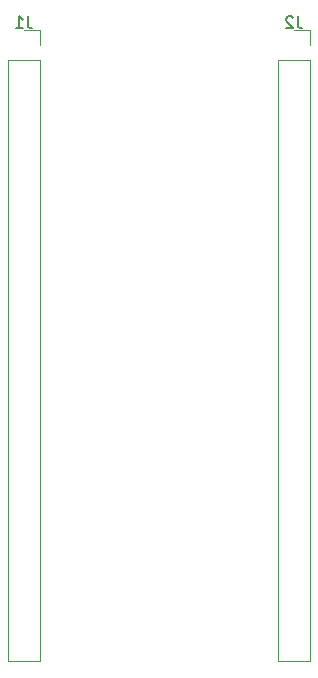
<source format=gbr>
%TF.GenerationSoftware,KiCad,Pcbnew,(5.1.6-0)*%
%TF.CreationDate,2021-10-14T13:54:28-06:00*%
%TF.ProjectId,ESP32-S2-Mini,45535033-322d-4533-922d-4d696e692e6b,rev?*%
%TF.SameCoordinates,Original*%
%TF.FileFunction,Legend,Bot*%
%TF.FilePolarity,Positive*%
%FSLAX46Y46*%
G04 Gerber Fmt 4.6, Leading zero omitted, Abs format (unit mm)*
G04 Created by KiCad (PCBNEW (5.1.6-0)) date 2021-10-14 13:54:28*
%MOMM*%
%LPD*%
G01*
G04 APERTURE LIST*
%ADD10C,0.120000*%
%ADD11C,0.150000*%
G04 APERTURE END LIST*
D10*
%TO.C,J2*%
X212150000Y-123250000D02*
X209490000Y-123250000D01*
X212150000Y-72390000D02*
X212150000Y-123250000D01*
X209490000Y-72390000D02*
X209490000Y-123250000D01*
X212150000Y-72390000D02*
X209490000Y-72390000D01*
X212150000Y-71120000D02*
X212150000Y-69790000D01*
X212150000Y-69790000D02*
X210820000Y-69790000D01*
%TO.C,J1*%
X189290000Y-123250000D02*
X186630000Y-123250000D01*
X189290000Y-72390000D02*
X189290000Y-123250000D01*
X186630000Y-72390000D02*
X186630000Y-123250000D01*
X189290000Y-72390000D02*
X186630000Y-72390000D01*
X189290000Y-71120000D02*
X189290000Y-69790000D01*
X189290000Y-69790000D02*
X187960000Y-69790000D01*
%TO.C,J2*%
D11*
X211153333Y-68667380D02*
X211153333Y-69381666D01*
X211200952Y-69524523D01*
X211296190Y-69619761D01*
X211439047Y-69667380D01*
X211534285Y-69667380D01*
X210724761Y-68762619D02*
X210677142Y-68715000D01*
X210581904Y-68667380D01*
X210343809Y-68667380D01*
X210248571Y-68715000D01*
X210200952Y-68762619D01*
X210153333Y-68857857D01*
X210153333Y-68953095D01*
X210200952Y-69095952D01*
X210772380Y-69667380D01*
X210153333Y-69667380D01*
%TO.C,J1*%
X188293333Y-68667380D02*
X188293333Y-69381666D01*
X188340952Y-69524523D01*
X188436190Y-69619761D01*
X188579047Y-69667380D01*
X188674285Y-69667380D01*
X187293333Y-69667380D02*
X187864761Y-69667380D01*
X187579047Y-69667380D02*
X187579047Y-68667380D01*
X187674285Y-68810238D01*
X187769523Y-68905476D01*
X187864761Y-68953095D01*
%TD*%
M02*

</source>
